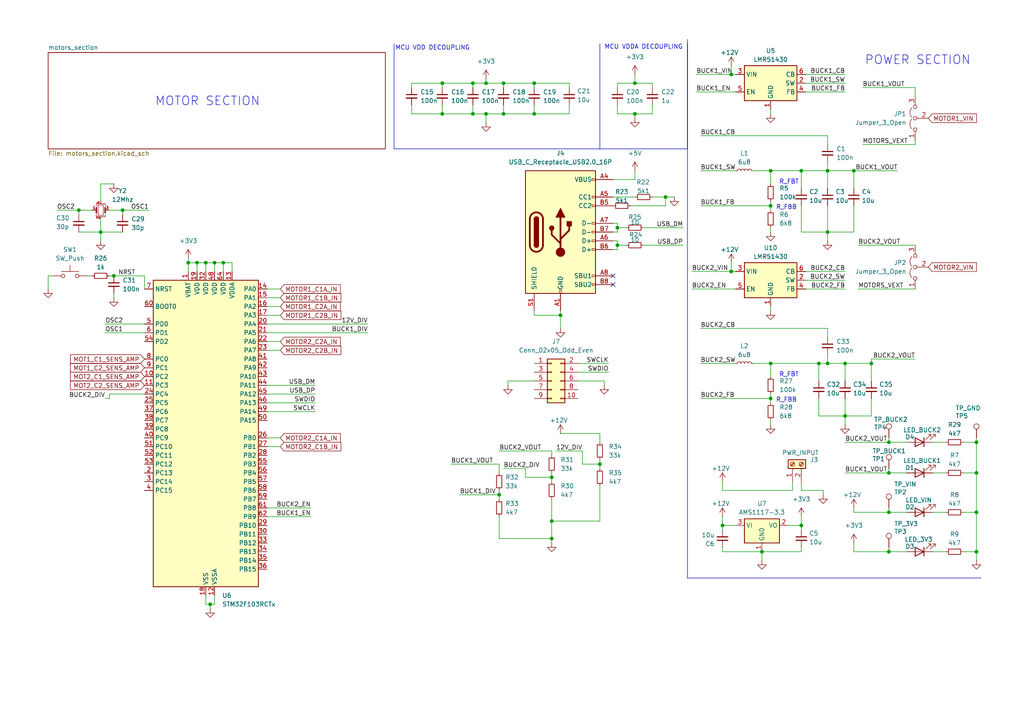
<source format=kicad_sch>
(kicad_sch (version 20231120) (generator "eeschema") (generator_version "8.0")
  (paper "A4")
  (junction (at 240.03 67.31))
  (junction (at 35.56 60.96))
  (junction (at 283.21 160.02))
  (junction (at 54.61 76.2))
  (junction (at 209.55 152.4))
  (junction (at 283.21 128.27))
  (junction (at 184.15 33.02))
  (junction (at 154.94 24.13))
  (junction (at 128.27 33.02))
  (junction (at 257.81 160.02))
  (junction (at 137.16 33.02))
  (junction (at 137.16 24.13))
  (junction (at 245.11 105.41))
  (junction (at 179.07 71.12))
  (junction (at 160.02 151.13))
  (junction (at 160.02 156.21))
  (junction (at 33.02 80.01))
  (junction (at 252.73 105.41))
  (junction (at 60.96 175.26))
  (junction (at 59.69 76.2))
  (junction (at 128.27 24.13))
  (junction (at 29.21 67.31))
  (junction (at 245.11 120.65))
  (junction (at 223.52 115.57))
  (junction (at 220.98 160.02))
  (junction (at 140.97 24.13))
  (junction (at 232.41 152.4))
  (junction (at 64.77 76.2))
  (junction (at 257.81 128.27))
  (junction (at 223.52 59.69))
  (junction (at 140.97 33.02))
  (junction (at 237.49 105.41))
  (junction (at 240.03 49.53))
  (junction (at 212.09 78.74))
  (junction (at 223.52 49.53))
  (junction (at 193.04 57.15))
  (junction (at 162.56 91.44))
  (junction (at 146.05 24.13))
  (junction (at 257.81 148.59))
  (junction (at 173.99 134.62))
  (junction (at 160.02 138.43))
  (junction (at 247.65 49.53))
  (junction (at 146.05 33.02))
  (junction (at 154.94 33.02))
  (junction (at 283.21 137.16))
  (junction (at 22.86 60.96))
  (junction (at 283.21 148.59))
  (junction (at 184.15 24.13))
  (junction (at 62.23 76.2))
  (junction (at 57.15 76.2))
  (junction (at 144.78 143.51))
  (junction (at 232.41 49.53))
  (junction (at 240.03 105.41))
  (junction (at 179.07 66.04))
  (junction (at 223.52 105.41))
  (junction (at 257.81 137.16))
  (junction (at 212.09 21.59))
  (no_connect (at 177.8 80.01))
  (no_connect (at 177.8 82.55))
  (wire (pts (xy 283.21 128.27) (xy 283.21 137.16)))
  (wire (pts (xy 77.47 149.86) (xy 90.17 149.86)))
  (wire (pts (xy 209.55 152.4) (xy 213.36 152.4)))
  (wire (pts (xy 144.78 134.62) (xy 144.78 137.16)))
  (wire (pts (xy 162.56 125.73) (xy 173.99 125.73)))
  (wire (pts (xy 64.77 76.2) (xy 67.31 76.2)))
  (wire (pts (xy 240.03 39.37) (xy 203.2 39.37)))
  (wire (pts (xy 252.73 104.14) (xy 265.43 104.14)))
  (wire (pts (xy 203.2 105.41) (xy 213.36 105.41)))
  (wire (pts (xy 179.07 64.77) (xy 177.8 64.77)))
  (wire (pts (xy 252.73 115.57) (xy 252.73 120.65)))
  (wire (pts (xy 189.23 24.13) (xy 189.23 25.4)))
  (wire (pts (xy 223.52 58.42) (xy 223.52 59.69)))
  (wire (pts (xy 193.04 57.15) (xy 195.58 57.15)))
  (wire (pts (xy 270.51 137.16) (xy 274.32 137.16)))
  (wire (pts (xy 184.15 52.07) (xy 177.8 52.07)))
  (wire (pts (xy 165.1 30.48) (xy 165.1 33.02)))
  (wire (pts (xy 279.4 148.59) (xy 283.21 148.59)))
  (wire (pts (xy 203.2 115.57) (xy 223.52 115.57)))
  (wire (pts (xy 232.41 158.75) (xy 232.41 160.02)))
  (wire (pts (xy 168.91 130.81) (xy 168.91 134.62)))
  (wire (pts (xy 54.61 76.2) (xy 54.61 78.74)))
  (wire (pts (xy 154.94 33.02) (xy 165.1 33.02)))
  (wire (pts (xy 213.36 83.82) (xy 200.66 83.82)))
  (wire (pts (xy 146.05 25.4) (xy 146.05 24.13)))
  (wire (pts (xy 238.76 142.24) (xy 232.41 142.24)))
  (wire (pts (xy 173.99 125.73) (xy 173.99 128.27)))
  (wire (pts (xy 283.21 127) (xy 283.21 128.27)))
  (wire (pts (xy 240.03 39.37) (xy 240.03 41.91)))
  (wire (pts (xy 29.21 67.31) (xy 29.21 69.85)))
  (wire (pts (xy 154.94 33.02) (xy 146.05 33.02)))
  (wire (pts (xy 152.4 135.89) (xy 152.4 138.43)))
  (wire (pts (xy 41.91 80.01) (xy 41.91 83.82)))
  (wire (pts (xy 154.94 25.4) (xy 154.94 24.13)))
  (wire (pts (xy 245.11 120.65) (xy 245.11 123.19)))
  (wire (pts (xy 212.09 78.74) (xy 200.66 78.74)))
  (wire (pts (xy 144.78 143.51) (xy 133.35 143.51)))
  (wire (pts (xy 152.4 138.43) (xy 160.02 138.43)))
  (wire (pts (xy 144.78 149.86) (xy 144.78 156.21)))
  (wire (pts (xy 257.81 158.75) (xy 257.81 160.02)))
  (wire (pts (xy 237.49 115.57) (xy 237.49 120.65)))
  (wire (pts (xy 160.02 151.13) (xy 160.02 144.78)))
  (wire (pts (xy 213.36 26.67) (xy 201.93 26.67)))
  (wire (pts (xy 62.23 78.74) (xy 62.23 76.2)))
  (wire (pts (xy 33.02 86.36) (xy 33.02 85.09)))
  (wire (pts (xy 179.07 71.12) (xy 179.07 72.39)))
  (wire (pts (xy 179.07 64.77) (xy 179.07 66.04)))
  (wire (pts (xy 119.38 24.13) (xy 128.27 24.13)))
  (wire (pts (xy 67.31 78.74) (xy 67.31 76.2)))
  (wire (pts (xy 240.03 49.53) (xy 240.03 46.99)))
  (wire (pts (xy 247.65 49.53) (xy 260.35 49.53)))
  (wire (pts (xy 33.02 80.01) (xy 41.91 80.01)))
  (wire (pts (xy 81.28 99.06) (xy 77.47 99.06)))
  (wire (pts (xy 119.38 30.48) (xy 119.38 33.02)))
  (wire (pts (xy 146.05 33.02) (xy 140.97 33.02)))
  (wire (pts (xy 223.52 105.41) (xy 223.52 109.22)))
  (wire (pts (xy 59.69 175.26) (xy 59.69 172.72)))
  (wire (pts (xy 212.09 76.2) (xy 212.09 78.74)))
  (wire (pts (xy 257.81 160.02) (xy 262.89 160.02)))
  (wire (pts (xy 137.16 24.13) (xy 140.97 24.13)))
  (wire (pts (xy 252.73 104.14) (xy 252.73 105.41)))
  (wire (pts (xy 220.98 160.02) (xy 220.98 162.56)))
  (polyline (pts (xy 199.39 167.64) (xy 284.48 167.64)))
  (wire (pts (xy 223.52 115.57) (xy 223.52 116.84)))
  (wire (pts (xy 128.27 30.48) (xy 128.27 33.02)))
  (wire (pts (xy 248.92 71.12) (xy 265.43 71.12)))
  (wire (pts (xy 30.48 115.57) (xy 31.75 115.57)))
  (wire (pts (xy 81.28 127) (xy 77.47 127)))
  (wire (pts (xy 57.15 78.74) (xy 57.15 76.2)))
  (wire (pts (xy 179.07 66.04) (xy 179.07 67.31)))
  (wire (pts (xy 140.97 33.02) (xy 137.16 33.02)))
  (wire (pts (xy 213.36 78.74) (xy 212.09 78.74)))
  (wire (pts (xy 29.21 53.34) (xy 29.21 58.42)))
  (wire (pts (xy 240.03 59.69) (xy 240.03 67.31)))
  (wire (pts (xy 162.56 91.44) (xy 162.56 95.25)))
  (wire (pts (xy 81.28 88.9) (xy 77.47 88.9)))
  (wire (pts (xy 232.41 149.86) (xy 232.41 152.4)))
  (wire (pts (xy 209.55 153.67) (xy 209.55 152.4)))
  (wire (pts (xy 168.91 134.62) (xy 173.99 134.62)))
  (wire (pts (xy 209.55 142.24) (xy 229.87 142.24)))
  (wire (pts (xy 54.61 74.93) (xy 54.61 76.2)))
  (wire (pts (xy 232.41 67.31) (xy 240.03 67.31)))
  (wire (pts (xy 283.21 137.16) (xy 283.21 148.59)))
  (wire (pts (xy 35.56 60.96) (xy 31.75 60.96)))
  (wire (pts (xy 223.52 114.3) (xy 223.52 115.57)))
  (wire (pts (xy 223.52 121.92) (xy 223.52 123.19)))
  (wire (pts (xy 270.51 160.02) (xy 274.32 160.02)))
  (wire (pts (xy 60.96 175.26) (xy 60.96 176.53)))
  (polyline (pts (xy 199.39 12.7) (xy 199.39 43.18)))
  (wire (pts (xy 177.8 72.39) (xy 179.07 72.39)))
  (wire (pts (xy 237.49 105.41) (xy 237.49 110.49)))
  (wire (pts (xy 137.16 30.48) (xy 137.16 33.02)))
  (wire (pts (xy 81.28 129.54) (xy 77.47 129.54)))
  (wire (pts (xy 119.38 25.4) (xy 119.38 24.13)))
  (wire (pts (xy 146.05 30.48) (xy 146.05 33.02)))
  (wire (pts (xy 81.28 101.6) (xy 77.47 101.6)))
  (wire (pts (xy 147.32 110.49) (xy 147.32 111.76)))
  (wire (pts (xy 177.8 69.85) (xy 179.07 69.85)))
  (wire (pts (xy 137.16 24.13) (xy 137.16 25.4)))
  (wire (pts (xy 144.78 142.24) (xy 144.78 143.51)))
  (wire (pts (xy 154.94 24.13) (xy 165.1 24.13)))
  (wire (pts (xy 238.76 143.51) (xy 238.76 142.24)))
  (wire (pts (xy 184.15 24.13) (xy 179.07 24.13)))
  (wire (pts (xy 22.86 62.23) (xy 22.86 60.96)))
  (wire (pts (xy 160.02 151.13) (xy 173.99 151.13)))
  (wire (pts (xy 175.26 110.49) (xy 167.64 110.49)))
  (wire (pts (xy 13.97 80.01) (xy 15.24 80.01)))
  (wire (pts (xy 283.21 162.56) (xy 283.21 160.02)))
  (wire (pts (xy 177.8 67.31) (xy 179.07 67.31)))
  (wire (pts (xy 218.44 49.53) (xy 223.52 49.53)))
  (wire (pts (xy 184.15 34.29) (xy 184.15 33.02)))
  (wire (pts (xy 179.07 69.85) (xy 179.07 71.12)))
  (wire (pts (xy 57.15 76.2) (xy 54.61 76.2)))
  (wire (pts (xy 232.41 152.4) (xy 228.6 152.4)))
  (wire (pts (xy 189.23 57.15) (xy 193.04 57.15)))
  (wire (pts (xy 245.11 128.27) (xy 257.81 128.27)))
  (wire (pts (xy 223.52 88.9) (xy 223.52 90.17)))
  (wire (pts (xy 247.65 49.53) (xy 247.65 54.61)))
  (wire (pts (xy 77.47 96.52) (xy 106.68 96.52)))
  (polyline (pts (xy 173.99 43.18) (xy 199.39 43.18)))
  (wire (pts (xy 212.09 19.05) (xy 212.09 21.59)))
  (wire (pts (xy 240.03 69.85) (xy 240.03 67.31)))
  (wire (pts (xy 209.55 160.02) (xy 220.98 160.02)))
  (wire (pts (xy 247.65 160.02) (xy 257.81 160.02)))
  (wire (pts (xy 218.44 105.41) (xy 223.52 105.41)))
  (wire (pts (xy 31.75 80.01) (xy 33.02 80.01)))
  (wire (pts (xy 247.65 157.48) (xy 247.65 160.02)))
  (wire (pts (xy 160.02 130.81) (xy 160.02 132.08)))
  (wire (pts (xy 223.52 105.41) (xy 237.49 105.41)))
  (wire (pts (xy 247.65 59.69) (xy 247.65 67.31)))
  (wire (pts (xy 279.4 137.16) (xy 283.21 137.16)))
  (wire (pts (xy 189.23 30.48) (xy 189.23 33.02)))
  (wire (pts (xy 209.55 139.7) (xy 209.55 142.24)))
  (wire (pts (xy 16.51 60.96) (xy 22.86 60.96)))
  (polyline (pts (xy 114.3 12.7) (xy 114.3 43.18)))
  (wire (pts (xy 257.81 137.16) (xy 262.89 137.16)))
  (wire (pts (xy 146.05 135.89) (xy 152.4 135.89)))
  (wire (pts (xy 233.68 78.74) (xy 245.11 78.74)))
  (wire (pts (xy 240.03 49.53) (xy 247.65 49.53)))
  (wire (pts (xy 35.56 60.96) (xy 43.18 60.96)))
  (wire (pts (xy 250.19 25.4) (xy 265.43 25.4)))
  (wire (pts (xy 154.94 24.13) (xy 146.05 24.13)))
  (wire (pts (xy 167.64 107.95) (xy 176.53 107.95)))
  (wire (pts (xy 232.41 160.02) (xy 220.98 160.02)))
  (wire (pts (xy 209.55 158.75) (xy 209.55 160.02)))
  (wire (pts (xy 154.94 30.48) (xy 154.94 33.02)))
  (wire (pts (xy 240.03 105.41) (xy 240.03 102.87)))
  (wire (pts (xy 252.73 120.65) (xy 245.11 120.65)))
  (wire (pts (xy 13.97 83.82) (xy 13.97 80.01)))
  (polyline (pts (xy 173.99 12.7) (xy 173.99 43.18)))
  (wire (pts (xy 59.69 76.2) (xy 57.15 76.2)))
  (wire (pts (xy 147.32 110.49) (xy 154.94 110.49)))
  (wire (pts (xy 223.52 66.04) (xy 223.52 67.31)))
  (wire (pts (xy 265.43 40.64) (xy 265.43 41.91)))
  (wire (pts (xy 233.68 24.13) (xy 245.11 24.13)))
  (wire (pts (xy 22.86 60.96) (xy 26.67 60.96)))
  (wire (pts (xy 60.96 175.26) (xy 62.23 175.26)))
  (wire (pts (xy 62.23 172.72) (xy 62.23 175.26)))
  (wire (pts (xy 265.43 25.4) (xy 265.43 27.94)))
  (wire (pts (xy 77.47 119.38) (xy 91.44 119.38)))
  (wire (pts (xy 140.97 24.13) (xy 146.05 24.13)))
  (wire (pts (xy 223.52 31.75) (xy 223.52 33.02)))
  (wire (pts (xy 160.02 137.16) (xy 160.02 138.43)))
  (wire (pts (xy 233.68 83.82) (xy 245.11 83.82)))
  (wire (pts (xy 160.02 156.21) (xy 160.02 157.48)))
  (wire (pts (xy 130.81 134.62) (xy 144.78 134.62)))
  (wire (pts (xy 270.51 128.27) (xy 274.32 128.27)))
  (wire (pts (xy 213.36 21.59) (xy 212.09 21.59)))
  (wire (pts (xy 160.02 138.43) (xy 160.02 139.7)))
  (wire (pts (xy 257.81 148.59) (xy 262.89 148.59)))
  (wire (pts (xy 165.1 25.4) (xy 165.1 24.13)))
  (wire (pts (xy 119.38 33.02) (xy 128.27 33.02)))
  (wire (pts (xy 128.27 24.13) (xy 128.27 25.4)))
  (wire (pts (xy 232.41 59.69) (xy 232.41 67.31)))
  (wire (pts (xy 247.65 147.32) (xy 247.65 148.59)))
  (wire (pts (xy 232.41 49.53) (xy 232.41 54.61)))
  (wire (pts (xy 184.15 49.53) (xy 184.15 52.07)))
  (wire (pts (xy 240.03 105.41) (xy 245.11 105.41)))
  (wire (pts (xy 81.28 83.82) (xy 77.47 83.82)))
  (wire (pts (xy 179.07 66.04) (xy 181.61 66.04)))
  (wire (pts (xy 245.11 105.41) (xy 245.11 110.49)))
  (wire (pts (xy 203.2 59.69) (xy 223.52 59.69)))
  (wire (pts (xy 173.99 133.35) (xy 173.99 134.62)))
  (wire (pts (xy 245.11 115.57) (xy 245.11 120.65)))
  (wire (pts (xy 31.75 115.57) (xy 31.75 114.3)))
  (wire (pts (xy 232.41 142.24) (xy 232.41 139.7)))
  (wire (pts (xy 283.21 148.59) (xy 283.21 160.02)))
  (wire (pts (xy 77.47 147.32) (xy 90.17 147.32)))
  (wire (pts (xy 237.49 120.65) (xy 245.11 120.65)))
  (wire (pts (xy 144.78 143.51) (xy 144.78 144.78)))
  (wire (pts (xy 154.94 90.17) (xy 154.94 91.44)))
  (wire (pts (xy 283.21 160.02) (xy 279.4 160.02)))
  (polyline (pts (xy 199.39 11.43) (xy 199.39 167.64)))
  (wire (pts (xy 179.07 33.02) (xy 179.07 30.48)))
  (wire (pts (xy 240.03 95.25) (xy 203.2 95.25)))
  (wire (pts (xy 270.51 148.59) (xy 274.32 148.59)))
  (wire (pts (xy 77.47 111.76) (xy 91.44 111.76)))
  (wire (pts (xy 250.19 41.91) (xy 265.43 41.91)))
  (wire (pts (xy 279.4 128.27) (xy 283.21 128.27)))
  (polyline (pts (xy 114.3 43.18) (xy 173.99 43.18)))
  (wire (pts (xy 232.41 49.53) (xy 240.03 49.53)))
  (wire (pts (xy 62.23 76.2) (xy 64.77 76.2)))
  (wire (pts (xy 257.81 128.27) (xy 262.89 128.27)))
  (wire (pts (xy 209.55 149.86) (xy 209.55 152.4)))
  (wire (pts (xy 247.65 148.59) (xy 257.81 148.59)))
  (wire (pts (xy 245.11 137.16) (xy 257.81 137.16)))
  (wire (pts (xy 29.21 63.5) (xy 29.21 67.31)))
  (wire (pts (xy 186.69 66.04) (xy 198.12 66.04)))
  (wire (pts (xy 62.23 76.2) (xy 59.69 76.2)))
  (wire (pts (xy 81.28 91.44) (xy 77.47 91.44)))
  (wire (pts (xy 240.03 49.53) (xy 240.03 54.61)))
  (wire (pts (xy 237.49 105.41) (xy 240.03 105.41)))
  (wire (pts (xy 179.07 24.13) (xy 179.07 25.4)))
  (wire (pts (xy 184.15 24.13) (xy 189.23 24.13)))
  (wire (pts (xy 173.99 140.97) (xy 173.99 151.13)))
  (wire (pts (xy 189.23 33.02) (xy 184.15 33.02)))
  (wire (pts (xy 22.86 67.31) (xy 29.21 67.31)))
  (wire (pts (xy 31.75 114.3) (xy 41.91 114.3)))
  (wire (pts (xy 167.64 105.41) (xy 176.53 105.41)))
  (wire (pts (xy 182.88 59.69) (xy 193.04 59.69)))
  (wire (pts (xy 193.04 59.69) (xy 193.04 57.15)))
  (wire (pts (xy 240.03 95.25) (xy 240.03 97.79)))
  (wire (pts (xy 144.78 130.81) (xy 160.02 130.81)))
  (wire (pts (xy 160.02 156.21) (xy 160.02 151.13)))
  (wire (pts (xy 59.69 78.74) (xy 59.69 76.2)))
  (wire (pts (xy 175.26 110.49) (xy 175.26 111.76)))
  (wire (pts (xy 41.91 96.52) (xy 30.48 96.52)))
  (wire (pts (xy 240.03 67.31) (xy 247.65 67.31)))
  (wire (pts (xy 29.21 67.31) (xy 35.56 67.31)))
  (wire (pts (xy 144.78 156.21) (xy 160.02 156.21)))
  (wire (pts (xy 161.29 130.81) (xy 168.91 130.81)))
  (wire (pts (xy 77.47 93.98) (xy 106.68 93.98)))
  (wire (pts (xy 179.07 33.02) (xy 184.15 33.02)))
  (wire (pts (xy 30.48 93.98) (xy 41.91 93.98)))
  (wire (pts (xy 33.02 53.34) (xy 29.21 53.34)))
  (wire (pts (xy 223.52 49.53) (xy 232.41 49.53)))
  (wire (pts (xy 232.41 153.67) (xy 232.41 152.4)))
  (wire (pts (xy 154.94 91.44) (xy 162.56 91.44)))
  (wire (pts (xy 233.68 21.59) (xy 245.11 21.59)))
  (wire (pts (xy 229.87 142.24) (xy 229.87 139.7)))
  (wire (pts (xy 179.07 71.12) (xy 181.61 71.12)))
  (wire (pts (xy 173.99 134.62) (xy 173.99 135.89)))
  (wire (pts (xy 257.81 135.89) (xy 257.81 137.16)))
  (wire (pts (xy 64.77 76.2) (xy 64.77 78.74)))
  (wire (pts (xy 77.47 116.84) (xy 91.44 116.84)))
  (wire (pts (xy 81.28 86.36) (xy 77.47 86.36)))
  (wire (pts (xy 59.69 175.26) (xy 60.96 175.26)))
  (wire (pts (xy 137.16 24.13) (xy 128.27 24.13)))
  (wire (pts (xy 128.27 33.02) (xy 137.16 33.02)))
  (wire (pts (xy 245.11 105.41) (xy 252.73 105.41)))
  (wire (pts (xy 223.52 59.69) (xy 223.52 60.96)))
  (wire (pts (xy 203.2 49.53) (xy 213.36 49.53)))
  (wire (pts (xy 35.56 62.23) (xy 35.56 60.96)))
  (wire (pts (xy 257.81 147.32) (xy 257.81 148.59)))
  (wire (pts (xy 257.81 127) (xy 257.81 128.27)))
  (wire (pts (xy 233.68 26.67) (xy 245.11 26.67)))
  (wire (pts (xy 186.69 71.12) (xy 198.12 71.12)))
  (wire (pts (xy 212.09 21.59) (xy 201.93 21.59)))
  (wire (pts (xy 252.73 110.49) (xy 252.73 105.41)))
  (wire (pts (xy 162.56 90.17) (xy 162.56 91.44)))
  (wire (pts (xy 26.67 80.01) (xy 25.4 80.01)))
  (wire (pts (xy 184.15 21.59) (xy 184.15 24.13)))
  (wire (pts (xy 248.92 83.82) (xy 265.43 83.82)))
  (wire (pts (xy 223.52 49.53) (xy 223.52 53.34)))
  (wire (pts (xy 177.8 57.15) (xy 184.15 57.15)))
  (wire (pts (xy 77.47 114.3) (xy 91.44 114.3)))
  (wire (pts (xy 140.97 22.86) (xy 140.97 24.13)))
  (wire (pts (xy 233.68 81.28) (xy 245.11 81.28)))
  (wire (pts (xy 140.97 33.02) (xy 140.97 35.56)))
  (text "R_FBT" (at 228.854 52.832 0) (effects (font (size 1.27 1.27))))
  (text "MOTOR SECTION" (at 60.198 29.464 0) (effects (font (size 2.54 2.54))))
  (text "R_FBT" (at 228.854 108.712 0) (effects (font (size 1.27 1.27))))
  (text "POWER SECTION\n" (at 266.192 17.526 0) (effects (font (size 2.54 2.54))))
  (text "MCU VDD DECOUPLING" (at 125.476 13.97 0) (effects (font (size 1.27 1.27))))
  (text "R_FBB\n" (at 228.092 116.078 0) (effects (font (size 1.27 1.27))))
  (text "R_FBB\n" (at 228.092 60.198 0) (effects (font (size 1.27 1.27))))
  (text "MCU VDDA DECOUPLING" (at 186.69 13.716 0) (effects (font (size 1.27 1.27))))
  (label "BUCK1_SW" (at 245.11 24.13 180))
  (label "BUCK2_CB" (at 203.2 95.25 0))
  (label "OSC1" (at 30.48 96.52 0))
  (label "BUCK1_FB" (at 245.11 26.67 180))
  (label "BUCK1_VIN" (at 201.93 21.59 0))
  (label "BUCK2_EN" (at 200.66 83.82 0))
  (label "BUCK2_SW" (at 203.2 105.41 0))
  (label "BUCK2_SW" (at 245.11 81.28 180))
  (label "OSC2" (at 30.48 93.98 0))
  (label "USB_DM" (at 91.44 111.76 180))
  (label "BUCK2_VOUT" (at 248.92 71.12 0))
  (label "BUCK2_VOUT" (at 245.11 128.27 0))
  (label "BUCK1_FB" (at 203.2 59.69 0))
  (label "SWDIO" (at 91.44 116.84 180))
  (label "BUCK2_DIV" (at 30.48 115.57 180))
  (label "12V_DIV" (at 106.68 93.98 180))
  (label "BUCK1_VOUT" (at 245.11 137.16 0))
  (label "USB_DP" (at 91.44 114.3 180))
  (label "BUCK1_SW" (at 203.2 49.53 0))
  (label "BUCK1_VOUT" (at 260.35 49.53 180))
  (label "BUCK2_VIN" (at 200.66 78.74 0))
  (label "MOTORS_VEXT" (at 250.19 41.91 0))
  (label "BUCK1_CB" (at 203.2 39.37 0))
  (label "BUCK2_EN" (at 90.17 147.32 180))
  (label "BUCK1_CB" (at 245.11 21.59 180))
  (label "BUCK1_EN" (at 201.93 26.67 0))
  (label "BUCK2_FB" (at 245.11 83.82 180))
  (label "USB_DP" (at 198.12 71.12 180))
  (label "BUCK2_VOUT" (at 144.78 130.81 0))
  (label "BUCK2_CB" (at 245.11 78.74 180))
  (label "BUCK1_EN" (at 90.17 149.86 180))
  (label "BUCK2_DIV" (at 146.05 135.89 0))
  (label "BUCK1_VOUT" (at 250.19 25.4 0))
  (label "USB_DM" (at 198.12 66.04 180))
  (label "12V_DIV" (at 161.29 130.81 0))
  (label "MOTORS_VEXT" (at 248.92 83.82 0))
  (label "OSC1" (at 43.18 60.96 180))
  (label "OSC2" (at 16.51 60.96 0))
  (label "SWDIO" (at 176.53 107.95 180))
  (label "SWCLK" (at 176.53 105.41 180))
  (label "BUCK2_FB" (at 203.2 115.57 0))
  (label "SWCLK" (at 91.44 119.38 180))
  (label "BUCK1_DIV" (at 106.68 96.52 180))
  (label "BUCK1_VOUT" (at 130.81 134.62 0))
  (label "NRST" (at 34.29 80.01 0))
  (label "BUCK2_VOUT" (at 265.43 104.14 180))
  (label "BUCK1_DIV" (at 133.35 143.51 0))
  (global_label "MOTOR2_C1A_IN" (shape input) (at 81.28 127 0) (property "Intersheetrefs" "${INTERSHEET_REFS}" (effects (hide yes))))
  (global_label "MOTOR1_C2B_IN" (shape input) (at 81.28 91.44 0) (property "Intersheetrefs" "${INTERSHEET_REFS}" (effects (hide yes))))
  (global_label "MOTOR2_VIN" (shape input) (at 269.24 77.47 0) (property "Intersheetrefs" "${INTERSHEET_REFS}" (effects (hide yes))))
  (global_label "MOT1_C1_SENS_AMP" (shape input) (at 41.91 104.14 180) (property "Intersheetrefs" "${INTERSHEET_REFS}" (effects (hide yes))))
  (global_label "MOT2_C2_SENS_AMP" (shape input) (at 41.91 111.76 180) (property "Intersheetrefs" "${INTERSHEET_REFS}" (effects (hide yes))))
  (global_label "MOTOR1_C1A_IN" (shape input) (at 81.28 83.82 0) (property "Intersheetrefs" "${INTERSHEET_REFS}" (effects (hide yes))))
  (global_label "MOT1_C2_SENS_AMP" (shape input) (at 41.91 106.68 180) (property "Intersheetrefs" "${INTERSHEET_REFS}" (effects (hide yes))))
  (global_label "MOTOR2_C2B_IN" (shape input) (at 81.28 101.6 0) (property "Intersheetrefs" "${INTERSHEET_REFS}" (effects (hide yes))))
  (global_label "MOTOR1_C2A_IN" (shape input) (at 81.28 88.9 0) (property "Intersheetrefs" "${INTERSHEET_REFS}" (effects (hide yes))))
  (global_label "MOTOR2_C1B_IN" (shape input) (at 81.28 129.54 0) (property "Intersheetrefs" "${INTERSHEET_REFS}" (effects (hide yes))))
  (global_label "MOTOR1_VIN" (shape input) (at 269.24 34.29 0) (property "Intersheetrefs" "${INTERSHEET_REFS}" (effects (hide yes))))
  (global_label "MOTOR1_C1B_IN" (shape input) (at 81.28 86.36 0) (property "Intersheetrefs" "${INTERSHEET_REFS}" (effects (hide yes))))
  (global_label "MOTOR2_C2A_IN" (shape input) (at 81.28 99.06 0) (property "Intersheetrefs" "${INTERSHEET_REFS}" (effects (hide yes))))
  (global_label "MOT2_C1_SENS_AMP" (shape input) (at 41.91 109.22 180) (property "Intersheetrefs" "${INTERSHEET_REFS}" (effects (hide yes))))
  (symbol (lib_id "Device:R_Small") (at 173.99 130.81 0) (unit 1)
    (property "Reference" "R34" (at 176.53 129.5399 0) (effects (justify left)))
    (property "Value" "33k" (at 176.53 132.0799 0) (effects (justify left)))
    (property "Footprint" "Resistor_SMD:R_0603_1608Metric" (effects (hide yes)))
    (property "Description" "JLC:  C4216" (effects (hide yes)))
    (property "LCSC" "C4216" (effects (hide yes)))
  )
  (symbol (lib_id "Regulator_Switching:LMR51430") (at 223.52 24.13 0) (unit 1)
    (property "Reference" "U5" (at 223.52 14.732 0))
    (property "Value" "LMR51430" (at 223.52 17.272 0))
    (property "Footprint" "Package_TO_SOT_SMD:SOT-23-6" (effects (hide yes)))
    (property "Datasheet" "https://www.ti.com/lit/ds/symlink/lmr51430.pdf" (effects (hide yes)))
    (property "Description" "4.5-V to 36-V, 3-A synchronous buck converter with 40-µA IQ, SOT-23-6" (effects (hide yes)))
    (property "LCSC" "C5219261" (effects (hide yes)))
  )
  (symbol (lib_id "power:+3V3") (at 140.97 22.86 0) (unit 1)
    (property "Reference" "#PWR028" (effects (hide yes)))
    (property "Value" "+3V3" (at 140.97 17.78 0))
    (property "Description" "Power symbol creates a global label with name \"+3V3\"" (effects (hide yes)))
  )
  (symbol (lib_id "power:GND") (at 195.58 57.15 0) (unit 1)
    (property "Reference" "#PWR046" (effects (hide yes)))
    (property "Value" "GND" (effects (hide yes)))
    (property "Description" "Power symbol creates a global label with name \"GND\" , ground" (effects (hide yes)))
  )
  (symbol (lib_id "Connector:TestPoint") (at 257.81 158.75 0) (unit 1)
    (property "Reference" "TP3" (at 259.334 154.178 0) (effects (justify left)))
    (property "Value" "TP_3V3" (at 259.334 151.8921 0) (effects (justify left)))
    (property "Footprint" "TestPoint:TestPoint_Pad_D1.5mm" (effects (hide yes)))
    (property "Description" "test point" (effects (hide yes)))
  )
  (symbol (lib_id "Device:C_Small") (at 179.07 27.94 0) (unit 1)
    (property "Reference" "C20" (at 181.61 26.6762 0) (effects (justify left)))
    (property "Value" "100n" (at 181.61 29.2162 0) (effects (justify left)))
    (property "Footprint" "Capacitor_SMD:C_0603_1608Metric" (effects (hide yes)))
    (property "LCSC" "C14663" (effects (hide yes)))
  )
  (symbol (lib_id "Device:R_Small") (at 276.86 128.27 90) (unit 1)
    (property "Reference" "R29" (at 276.86 123.19 90))
    (property "Value" "4k7" (at 276.86 125.73 90))
    (property "Footprint" "Resistor_SMD:R_0603_1608Metric" (effects (hide yes)))
    (property "Description" "JLC:C23162" (effects (hide yes)))
    (property "LCSC" "C23162" (effects (hide yes)))
  )
  (symbol (lib_id "Device:R_Small") (at 160.02 134.62 0) (unit 1)
    (property "Reference" "R31" (at 162.56 133.3499 0) (effects (justify left)))
    (property "Value" "33k" (at 162.56 135.8899 0) (effects (justify left)))
    (property "Footprint" "Resistor_SMD:R_0603_1608Metric" (effects (hide yes)))
    (property "Description" "JLC:  C4216" (effects (hide yes)))
    (property "LCSC" "C4216" (effects (hide yes)))
  )
  (symbol (lib_id "Device:C_Small") (at 232.41 57.15 0) (unit 1)
    (property "Reference" "C2" (at 234.696 55.626 0) (effects (justify left)))
    (property "Value" "10u" (at 234.696 58.166 0) (effects (justify left)))
    (property "Footprint" "Capacitor_SMD:C_0805_2012Metric" (effects (hide yes)))
    (property "LCSC" "C15850" (effects (hide yes)))
  )
  (symbol (lib_id "power:GND") (at 13.97 83.82 0) (unit 1)
    (property "Reference" "#PWR053" (effects (hide yes)))
    (property "Value" "GND" (effects (hide yes)))
    (property "Description" "Power symbol creates a global label with name \"GND\" , ground" (effects (hide yes)))
  )
  (symbol (lib_id "Device:R_Small") (at 160.02 142.24 0) (unit 1)
    (property "Reference" "R30" (at 162.56 140.9699 0) (effects (justify left)))
    (property "Value" "4k7" (at 162.56 143.5099 0) (effects (justify left)))
    (property "Footprint" "Resistor_SMD:R_0603_1608Metric" (effects (hide yes)))
    (property "Description" "JLC:C23162" (effects (hide yes)))
    (property "LCSC" "C23162" (effects (hide yes)))
  )
  (symbol (lib_id "Connector:Screw_Terminal_01x02") (at 229.87 134.62 90) (unit 1)
    (property "Reference" "J3" (at 234.95 133.3499 90) (effects (justify right)))
    (property "Value" "PWR_INPUT" (at 226.822 131.318 90) (effects (justify right)))
    (property "Description" "Generic screw terminal, single row, 01x02, script generated (kicad-library-utils/schlib/autogen/connector/)" (effects (hide yes)))
  )
  (symbol (lib_id "Connector:TestPoint") (at 257.81 127 0) (unit 1)
    (property "Reference" "TP4" (at 253.492 123.952 0) (effects (justify left)))
    (property "Value" "TP_BUCK2" (at 253.492 121.6661 0) (effects (justify left)))
    (property "Footprint" "TestPoint:TestPoint_Pad_D1.5mm" (effects (hide yes)))
    (property "Description" "test point" (effects (hide yes)))
  )
  (symbol (lib_id "power:GND") (at 160.02 157.48 0) (unit 1)
    (property "Reference" "#PWR059" (effects (hide yes)))
    (property "Value" "GND" (effects (hide yes)))
    (property "Description" "Power symbol creates a global label with name \"GND\" , ground" (effects (hide yes)))
  )
  (symbol (lib_id "Regulator_Switching:LMR51430") (at 223.52 81.28 0) (unit 1)
    (property "Reference" "U10" (at 223.52 71.882 0))
    (property "Value" "LMR51430" (at 223.52 74.422 0))
    (property "Footprint" "Package_TO_SOT_SMD:SOT-23-6" (effects (hide yes)))
    (property "Datasheet" "https://www.ti.com/lit/ds/symlink/lmr51430.pdf" (effects (hide yes)))
    (property "Description" "4.5-V to 36-V, 3-A synchronous buck converter with 40-µA IQ, SOT-23-6" (effects (hide yes)))
    (property "LCSC" "C5219261" (effects (hide yes)))
  )
  (symbol (lib_id "power:GND") (at 223.52 123.19 0) (unit 1)
    (property "Reference" "#PWR056" (effects (hide yes)))
    (property "Value" "GND" (effects (hide yes)))
    (property "Description" "Power symbol creates a global label with name \"GND\" , ground" (effects (hide yes)))
  )
  (symbol (lib_id "power:GND") (at 245.11 123.19 0) (unit 1)
    (property "Reference" "#PWR057" (effects (hide yes)))
    (property "Value" "GND" (effects (hide yes)))
    (property "Description" "Power symbol creates a global label with name \"GND\" , ground" (effects (hide yes)))
  )
  (symbol (lib_id "Device:C_Small") (at 137.16 27.94 0) (unit 1)
    (property "Reference" "C17" (at 139.7 26.6762 0) (effects (justify left)))
    (property "Value" "100n" (at 139.7 29.2162 0) (effects (justify left)))
    (property "Footprint" "Capacitor_SMD:C_0603_1608Metric" (effects (hide yes)))
    (property "LCSC" "C14663" (effects (hide yes)))
  )
  (symbol (lib_id "Jumper:Jumper_3_Open") (at 265.43 77.47 90) (unit 1) (exclude_from_sim yes) (in_bom no)
    (property "Reference" "JP2" (at 262.89 76.1999 90) (effects (justify left)))
    (property "Value" "Jumper_3_Open" (at 262.89 78.7399 90) (effects (justify left)))
    (property "Footprint" "Jumper:SolderJumper-3_P1.3mm_Open_Pad1.0x1.5mm" (effects (hide yes)))
    (property "Description" "Jumper, 3-pole, both open" (effects (hide yes)))
  )
  (symbol (lib_id "power:+12V") (at 209.55 149.86 0) (unit 1)
    (property "Reference" "#PWR020" (effects (hide yes)))
    (property "Value" "+12V" (at 209.042 146.05 0))
    (property "Description" "Power symbol creates a global label with name \"+12V\"" (effects (hide yes)))
  )
  (symbol (lib_id "MCU_ST_STM32F1:STM32F103RCTx") (at 59.69 127 0) (unit 1)
    (property "Reference" "U6" (at 64.4241 172.72 0) (effects (justify left)))
    (property "Value" "STM32F103RCTx" (at 64.4241 175.26 0) (effects (justify left)))
    (property "Footprint" "Package_QFP:LQFP-64_10x10mm_P0.5mm" (effects (hide yes)))
    (property "Datasheet" "https://www.st.com/resource/en/datasheet/stm32f103rc.pdf" (effects (hide yes)))
    (property "Description" "STMicroelectronics Arm Cortex-M3 MCU, 256KB flash, 48KB RAM, 72 MHz, 2.0-3.6V, 51 GPIO, LQFP64" (effects (hide yes)))
    (property "LCSC" " C8323" (effects (hide yes)))
  )
  (symbol (lib_id "power:GND") (at 220.98 162.56 0) (unit 1)
    (property "Reference" "#PWR09" (effects (hide yes)))
    (property "Value" "GND" (effects (hide yes)))
    (property "Description" "Power symbol creates a global label with name \"GND\" , ground" (effects (hide yes)))
  )
  (symbol (lib_id "Switch:SW_Push") (at 20.32 80.01 0) (unit 1)
    (property "Reference" "SW1" (at 20.32 72.39 0))
    (property "Value" "SW_Push" (at 20.32 74.93 0))
    (property "Footprint" "stepper_ctrl_lib:stepper TACT_SWITCH" (effects (hide yes)))
    (property "Description" "Push button switch, generic, two pins" (effects (hide yes)))
    (property "LCSC" " C720477" (effects (hide yes)))
  )
  (symbol (lib_id "Device:R_Small") (at 223.52 55.88 0) (unit 1)
    (property "Reference" "R5" (at 226.06 54.6099 0) (effects (justify left)))
    (property "Value" "100k" (at 226.06 57.1499 0) (effects (justify left)))
    (property "Footprint" "Resistor_SMD:R_0603_1608Metric" (effects (hide yes)))
    (property "Description" "JLC: C25803" (effects (hide yes)))
    (property "LCSC" "C25803" (effects (hide yes)))
  )
  (symbol (lib_id "Regulator_Linear:AMS1117-3.3") (at 220.98 152.4 0) (unit 1)
    (property "Reference" "U7" (at 220.98 146.05 0))
    (property "Value" "AMS1117-3.3" (at 220.98 148.59 0))
    (property "Footprint" "Package_TO_SOT_SMD:SOT-223-3_TabPin2" (effects (hide yes)))
    (property "Datasheet" "http://www.advanced-monolithic.com/pdf/ds1117.pdf" (effects (hide yes)))
    (property "Description" "1A Low Dropout regulator, positive, 3.3V fixed output, SOT-223" (effects (hide yes)))
    (property "LCSC" "C6186" (effects (hide yes)))
  )
  (symbol (lib_id "Device:C_Small") (at 240.03 44.45 0) (unit 1)
    (property "Reference" "C1" (at 242.57 43.1862 0) (effects (justify left)))
    (property "Value" "100n" (at 242.57 45.7262 0) (effects (justify left)))
    (property "Footprint" "Capacitor_SMD:C_0603_1608Metric" (effects (hide yes)))
    (property "LCSC" "C14663" (effects (hide yes)))
  )
  (symbol (lib_id "Connector:TestPoint") (at 257.81 147.32 0) (unit 1)
    (property "Reference" "TP2" (at 259.334 142.748 0) (effects (justify left)))
    (property "Value" "TP_VIN" (at 259.334 140.4621 0) (effects (justify left)))
    (property "Footprint" "TestPoint:TestPoint_Pad_D1.5mm" (effects (hide yes)))
    (property "Description" "test point" (effects (hide yes)))
  )
  (symbol (lib_id "Device:Crystal_GND24_Small") (at 29.21 60.96 0) (unit 1)
    (property "Reference" "Y2" (at 35.56 55.3398 0))
    (property "Value" "12Mhz" (at 35.56 57.8798 0))
    (property "Footprint" "Crystal:Crystal_SMD_3225-4Pin_3.2x2.5mm" (effects (hide yes)))
    (property "Description" "Four pin crystal, GND on pins 2 and 4, small symbol" (effects (hide yes)))
    (property "LCSC" "C9002" (effects (hide yes)))
  )
  (symbol (lib_id "Device:LED") (at 266.7 137.16 180) (unit 1)
    (property "Reference" "D1" (at 263.906 135.636 0))
    (property "Value" "LED_BUCK1" (at 267.462 133.604 0))
    (property "Footprint" "LED_SMD:LED_0603_1608Metric" (effects (hide yes)))
    (property "Description" "RED DIODE" (effects (hide yes)))
    (property "LCSC" "C2286 " (effects (hide yes)))
  )
  (symbol (lib_id "power:+12V") (at 212.09 76.2 0) (unit 1)
    (property "Reference" "#PWR054" (effects (hide yes)))
    (property "Value" "+12V" (at 211.582 72.39 0))
    (property "Description" "Power symbol creates a global label with name \"+12V\"" (effects (hide yes)))
  )
  (symbol (lib_id "Connector:TestPoint") (at 283.21 127 0) (unit 1)
    (property "Reference" "TP5" (at 277.114 120.65 0) (effects (justify left)))
    (property "Value" "TP_GND" (at 277.114 118.3641 0) (effects (justify left)))
    (property "Footprint" "TestPoint:TestPoint_Pad_D1.5mm" (effects (hide yes)))
    (property "Description" "test point" (effects (hide yes)))
  )
  (symbol (lib_id "Device:R_Small") (at 186.69 57.15 90) (unit 1)
    (property "Reference" "R22" (at 188.468 52.832 90) (effects (justify left)))
    (property "Value" "5k1" (at 188.468 55.372 90) (effects (justify left)))
    (property "Footprint" "Resistor_SMD:R_0603_1608Metric" (effects (hide yes)))
    (property "Description" "JLC: C23186" (effects (hide yes)))
    (property "LCSC" "C23186" (effects (hide yes)))
  )
  (symbol (lib_id "Device:R_Small") (at 29.21 80.01 90) (unit 1)
    (property "Reference" "R26" (at 29.21 74.93 90))
    (property "Value" "1k" (at 29.21 77.47 90))
    (property "Footprint" "Resistor_SMD:R_0603_1608Metric" (effects (hide yes)))
    (property "Description" "JLC:  C25804" (effects (hide yes)))
    (property "LCSC" "C21190" (effects (hide yes)))
  )
  (symbol (lib_id "power:+3V3") (at 184.15 21.59 0) (unit 1)
    (property "Reference" "#PWR031" (effects (hide yes)))
    (property "Value" "+3V3" (at 184.15 16.51 0))
    (property "Description" "Power symbol creates a global label with name \"+3V3\"" (effects (hide yes)))
  )
  (symbol (lib_id "Device:C_Small") (at 240.03 100.33 0) (unit 1)
    (property "Reference" "C33" (at 242.57 99.0662 0) (effects (justify left)))
    (property "Value" "100n" (at 242.57 101.6062 0) (effects (justify left)))
    (property "Footprint" "Capacitor_SMD:C_0603_1608Metric" (effects (hide yes)))
    (property "LCSC" "C14663" (effects (hide yes)))
  )
  (symbol (lib_id "power:+12V") (at 212.09 19.05 0) (unit 1)
    (property "Reference" "#PWR022" (effects (hide yes)))
    (property "Value" "+12V" (at 211.582 15.24 0))
    (property "Description" "Power symbol creates a global label with name \"+12V\"" (effects (hide yes)))
  )
  (symbol (lib_id "Device:LED") (at 266.7 148.59 180) (unit 1)
    (property "Reference" "D2" (at 263.906 147.066 0))
    (property "Value" "LED_VIN" (at 266.446 145.034 0))
    (property "Footprint" "LED_SMD:LED_0603_1608Metric" (effects (hide yes)))
    (property "Description" "RED DIODE" (effects (hide yes)))
    (property "LCSC" "C2286 " (effects (hide yes)))
  )
  (symbol (lib_id "power:+3V3") (at 247.65 157.48 0) (unit 1)
    (property "Reference" "#PWR024" (effects (hide yes)))
    (property "Value" "+3V3" (at 247.65 152.4 0))
    (property "Description" "Power symbol creates a global label with name \"+3V3\"" (effects (hide yes)))
  )
  (symbol (lib_id "Connector:TestPoint") (at 257.81 135.89 0) (unit 1)
    (property "Reference" "TP1" (at 252.984 133.0959 0) (effects (justify left)))
    (property "Value" "TP_BUCK1" (at 252.984 130.81 0) (effects (justify left)))
    (property "Footprint" "TestPoint:TestPoint_Pad_D1.5mm" (effects (hide yes)))
    (property "Description" "test point" (effects (hide yes)))
  )
  (symbol (lib_id "Device:R_Small") (at 223.52 63.5 0) (unit 1)
    (property "Reference" "R6" (at 226.06 62.2299 0) (effects (justify left)))
    (property "Value" "6k8" (at 226.06 64.7699 0) (effects (justify left)))
    (property "Footprint" "Resistor_SMD:R_0603_1608Metric" (effects (hide yes)))
    (property "Description" "Resistor, small symbol" (effects (hide yes)))
    (property "LCSC" "C23212" (effects (hide yes)))
  )
  (symbol (lib_id "power:GND") (at 147.32 111.76 0) (unit 1)
    (property "Reference" "#PWR052" (effects (hide yes)))
    (property "Value" "GND" (effects (hide yes)))
    (property "Description" "Power symbol creates a global label with name \"GND\" , ground" (effects (hide yes)))
  )
  (symbol (lib_id "power:GND") (at 33.02 53.34 0) (unit 1)
    (property "Reference" "#PWR049" (effects (hide yes)))
    (property "Value" "GND" (effects (hide yes)))
    (property "Description" "Power symbol creates a global label with name \"GND\" , ground" (effects (hide yes)))
  )
  (symbol (lib_id "Device:C_Small") (at 165.1 27.94 0) (unit 1)
    (property "Reference" "C21" (at 167.386 26.416 0) (effects (justify left)))
    (property "Value" "10u" (at 167.386 28.956 0) (effects (justify left)))
    (property "Footprint" "Capacitor_SMD:C_0805_2012Metric" (effects (hide yes)))
    (property "LCSC" "C15850" (effects (hide yes)))
  )
  (symbol (lib_id "Device:C_Small") (at 154.94 27.94 0) (unit 1)
    (property "Reference" "C19" (at 157.48 26.6762 0) (effects (justify left)))
    (property "Value" "100n" (at 157.48 29.2162 0) (effects (justify left)))
    (property "Footprint" "Capacitor_SMD:C_0603_1608Metric" (effects (hide yes)))
    (property "LCSC" "C14663" (effects (hide yes)))
  )
  (symbol (lib_id "Device:R_Small") (at 184.15 71.12 90) (unit 1)
    (property "Reference" "R24" (at 184.404 68.072 90))
    (property "Value" "10" (at 184.15 69.596 90))
    (property "Footprint" "Resistor_SMD:R_0603_1608Metric" (effects (hide yes)))
    (property "LCSC" "C22859" (effects (hide yes)))
  )
  (symbol (lib_id "power:GND") (at 238.76 143.51 0) (unit 1)
    (property "Reference" "#PWR026" (effects (hide yes)))
    (property "Value" "GND" (effects (hide yes)))
    (property "Description" "Power symbol creates a global label with name \"GND\" , ground" (effects (hide yes)))
  )
  (symbol (lib_id "power:+12V") (at 209.55 139.7 0) (unit 1)
    (property "Reference" "#PWR025" (effects (hide yes)))
    (property "Value" "+12V" (at 209.042 135.89 0))
    (property "Description" "Power symbol creates a global label with name \"+12V\"" (effects (hide yes)))
  )
  (symbol (lib_id "Device:C_Small") (at 252.73 113.03 0) (unit 1)
    (property "Reference" "C35" (at 255.016 111.506 0) (effects (justify left)))
    (property "Value" "10u" (at 255.016 114.046 0) (effects (justify left)))
    (property "Footprint" "Capacitor_SMD:C_0805_2012Metric" (effects (hide yes)))
    (property "LCSC" "C15850" (effects (hide yes)))
  )
  (symbol (lib_id "Jumper:Jumper_3_Open") (at 265.43 34.29 90) (unit 1) (exclude_from_sim yes) (in_bom no)
    (property "Reference" "JP1" (at 262.89 33.0199 90) (effects (justify left)))
    (property "Value" "Jumper_3_Open" (at 262.89 35.5599 90) (effects (justify left)))
    (property "Footprint" "Jumper:SolderJumper-3_P1.3mm_Open_Pad1.0x1.5mm" (effects (hide yes)))
    (property "Description" "Jumper, 3-pole, both open" (effects (hide yes)))
  )
  (symbol (lib_id "Device:R_Small") (at 144.78 147.32 0) (unit 1)
    (property "Reference" "R33" (at 146.558 146.05 0) (effects (justify left)))
    (property "Value" "4k7" (at 146.558 148.59 0) (effects (justify left)))
    (property "Footprint" "Resistor_SMD:R_0603_1608Metric" (effects (hide yes)))
    (property "Description" "JLC:C23162" (effects (hide yes)))
    (property "LCSC" "C23162" (effects (hide yes)))
  )
  (symbol (lib_id "Device:L_Small") (at 215.9 49.53 90) (unit 1)
    (property "Reference" "L1" (at 215.9 44.45 90))
    (property "Value" "6u8" (at 215.9 46.99 90))
    (property "Footprint" "Inductor_SMD:L_Changjiang_FNR8040S" (effects (hide yes)))
    (property "Description" "JLCPCB:C431374" (effects (hide yes)))
    (property "LCSC" "C431374" (effects (hide yes)))
  )
  (symbol (lib_id "Device:C_Small") (at 237.49 113.03 0) (unit 1)
    (property "Reference" "C32" (at 239.776 111.506 0) (effects (justify left)))
    (property "Value" "10u" (at 239.776 114.046 0) (effects (justify left)))
    (property "Footprint" "Capacitor_SMD:C_0805_2012Metric" (effects (hide yes)))
    (property "LCSC" "C15850" (effects (hide yes)))
  )
  (symbol (lib_id "power:GND") (at 240.03 69.85 0) (unit 1)
    (property "Reference" "#PWR011" (effects (hide yes)))
    (property "Value" "GND" (effects (hide yes)))
    (property "Description" "Power symbol creates a global label with name \"GND\" , ground" (effects (hide yes)))
  )
  (symbol (lib_id "power:GND") (at 29.21 69.85 0) (unit 1)
    (property "Reference" "#PWR048" (effects (hide yes)))
    (property "Value" "GND" (effects (hide yes)))
    (property "Description" "Power symbol creates a global label with name \"GND\" , ground" (effects (hide yes)))
  )
  (symbol (lib_id "power:GND") (at 140.97 35.56 0) (unit 1)
    (property "Reference" "#PWR027" (effects (hide yes)))
    (property "Value" "GND" (effects (hide yes)))
    (property "Description" "Power symbol creates a global label with name \"GND\" , ground" (effects (hide yes)))
  )
  (symbol (lib_id "Device:R_Small") (at 276.86 137.16 90) (unit 1)
    (property "Reference" "R7" (at 276.86 132.08 90))
    (property "Value" "4k7" (at 276.86 134.62 90))
    (property "Footprint" "Resistor_SMD:R_0603_1608Metric" (effects (hide yes)))
    (property "Description" "JLC:C23162" (effects (hide yes)))
    (property "LCSC" "C23162" (effects (hide yes)))
  )
  (symbol (lib_id "Device:C_Small") (at 245.11 113.03 0) (unit 1)
    (property "Reference" "C34" (at 247.396 111.506 0) (effects (justify left)))
    (property "Value" "10u" (at 247.396 114.046 0) (effects (justify left)))
    (property "Footprint" "Capacitor_SMD:C_0805_2012Metric" (effects (hide yes)))
    (property "LCSC" "C15850" (effects (hide yes)))
  )
  (symbol (lib_id "Device:L_Small") (at 215.9 105.41 90) (unit 1)
    (property "Reference" "L2" (at 215.9 100.33 90))
    (property "Value" "6u8" (at 215.9 102.87 90))
    (property "Footprint" "Inductor_SMD:L_Changjiang_FNR8040S" (effects (hide yes)))
    (property "Description" "JLCPCB:C431374" (effects (hide yes)))
    (property "LCSC" "C431374" (effects (hide yes)))
  )
  (symbol (lib_id "power:GND") (at 162.56 95.25 0) (unit 1)
    (property "Reference" "#PWR045" (effects (hide yes)))
    (property "Value" "GND" (effects (hide yes)))
    (property "Description" "Power symbol creates a global label with name \"GND\" , ground" (effects (hide yes)))
  )
  (symbol (lib_id "Device:C_Small") (at 247.65 57.15 0) (unit 1)
    (property "Reference" "C4" (at 249.936 55.626 0) (effects (justify left)))
    (property "Value" "10u" (at 249.936 58.166 0) (effects (justify left)))
    (property "Footprint" "Capacitor_SMD:C_0805_2012Metric" (effects (hide yes)))
    (property "LCSC" "C15850" (effects (hide yes)))
  )
  (symbol (lib_id "Device:C_Small") (at 232.41 156.21 0) (unit 1)
    (property "Reference" "C5" (at 234.696 154.686 0) (effects (justify left)))
    (property "Value" "10u" (at 234.696 157.226 0) (effects (justify left)))
    (property "Footprint" "Capacitor_SMD:C_0805_2012Metric" (effects (hide yes)))
    (property "LCSC" "C15850" (effects (hide yes)))
  )
  (symbol (lib_id "power:GND") (at 33.02 86.36 0) (unit 1)
    (property "Reference" "#PWR050" (effects (hide yes)))
    (property "Value" "GND" (effects (hide yes)))
    (property "Description" "Power symbol creates a global label with name \"GND\" , ground" (effects (hide yes)))
  )
  (symbol (lib_id "Device:LED") (at 266.7 128.27 180) (unit 1)
    (property "Reference" "D4" (at 263.906 126.746 0))
    (property "Value" "LED_BUCK2" (at 267.462 124.714 0))
    (property "Footprint" "LED_SMD:LED_0603_1608Metric" (effects (hide yes)))
    (property "Description" "RED DIODE" (effects (hide yes)))
    (property "LCSC" "C2286 " (effects (hide yes)))
  )
  (symbol (lib_id "power:GND") (at 223.52 33.02 0) (unit 1)
    (property "Reference" "#PWR08" (effects (hide yes)))
    (property "Value" "GND" (effects (hide yes)))
    (property "Description" "Power symbol creates a global label with name \"GND\" , ground" (effects (hide yes)))
  )
  (symbol (lib_id "Device:LED") (at 266.7 160.02 180) (unit 1)
    (property "Reference" "D3" (at 263.906 158.496 0))
    (property "Value" "LED_3V3" (at 266.446 156.464 0))
    (property "Footprint" "LED_SMD:LED_0603_1608Metric" (effects (hide yes)))
    (property "Description" "RED DIODE" (effects (hide yes)))
    (property "LCSC" "C2286 " (effects (hide yes)))
  )
  (symbol (lib_id "power:GND") (at 223.52 90.17 0) (unit 1)
    (property "Reference" "#PWR055" (effects (hide yes)))
    (property "Value" "GND" (effects (hide yes)))
    (property "Description" "Power symbol creates a global label with name \"GND\" , ground" (effects (hide yes)))
  )
  (symbol (lib_id "power:+12V") (at 247.65 147.32 0) (unit 1)
    (property "Reference" "#PWR023" (effects (hide yes)))
    (property "Value" "+12V" (at 247.142 143.51 0))
    (property "Description" "Power symbol creates a global label with name \"+12V\"" (effects (hide yes)))
  )
  (symbol (lib_id "Device:C_Small") (at 22.86 64.77 0) (unit 1)
    (property "Reference" "C30" (at 16.256 63.246 0) (effects (justify left)))
    (property "Value" "30p" (at 16.256 65.786 0) (effects (justify left)))
    (property "Footprint" "Capacitor_SMD:C_0603_1608Metric" (effects (hide yes)))
    (property "LCSC" " C1658" (effects (hide yes)))
  )
  (symbol (lib_id "Device:C_Small") (at 146.05 27.94 0) (unit 1)
    (property "Reference" "C18" (at 148.59 26.6762 0) (effects (justify left)))
    (property "Value" "100n" (at 148.59 29.2162 0) (effects (justify left)))
    (property "Footprint" "Capacitor_SMD:C_0603_1608Metric" (effects (hide yes)))
    (property "LCSC" "C14663" (effects (hide yes)))
  )
  (symbol (lib_id "Device:R_Small") (at 276.86 148.59 90) (unit 1)
    (property "Reference" "R8" (at 276.86 143.51 90))
    (property "Value" "4k7" (at 276.86 146.05 90))
    (property "Footprint" "Resistor_SMD:R_0603_1608Metric" (effects (hide yes)))
    (property "Description" "JLC:C23162" (effects (hide yes)))
    (property "LCSC" "C23162" (effects (hide yes)))
  )
  (symbol (lib_id "power:GND") (at 283.21 162.56 0) (unit 1)
    (property "Reference" "#PWR021" (effects (hide yes)))
    (property "Value" "GND" (effects (hide yes)))
    (property "Description" "Power symbol creates a global label with name \"GND\" , ground" (effects (hide yes)))
  )
  (symbol (lib_id "Device:R_Small") (at 184.15 66.04 90) (unit 1)
    (property "Reference" "R25" (at 184.15 62.992 90))
    (property "Value" "10" (at 184.15 64.516 90))
    (property "Footprint" "Resistor_SMD:R_0603_1608Metric" (effects (hide yes)))
    (property "LCSC" "C22859" (effects (hide yes)))
  )
  (symbol (lib_id "Device:R_Small") (at 180.34 59.69 90) (unit 1)
    (property "Reference" "R23" (at 180.34 55.626 90))
    (property "Value" "5k1" (at 180.34 58.166 90))
    (property "Footprint" "Resistor_SMD:R_0603_1608Metric" (effects (hide yes)))
    (property "Description" "JLC: C23186" (effects (hide yes)))
    (property "LCSC" "C23186" (effects (hide yes)))
  )
  (symbol (lib_id "Device:R_Small") (at 144.78 139.7 0) (unit 1)
    (property "Reference" "R32" (at 146.558 138.43 0) (effects (justify left)))
    (property "Value" "33k" (at 146.558 140.97 0) (effects (justify left)))
    (property "Footprint" "Resistor_SMD:R_0603_1608Metric" (effects (hide yes)))
    (property "Description" "JLC:  C4216" (effects (hide yes)))
    (property "LCSC" "C4216" (effects (hide yes)))
  )
  (symbol (lib_id "Connector_Generic:Conn_02x05_Odd_Even") (at 160.02 110.49 0) (unit 1)
    (property "Reference" "J7" (at 161.29 99.06 0))
    (property "Value" "Conn_02x05_Odd_Even" (at 161.29 101.6 0))
    (property "Footprint" "Connector_IDC:IDC-Header_2x05_P2.54mm_Vertical" (effects (hide yes)))
    (property "Description" "Generic connector, double row, 02x05, odd/even pin numbering scheme (row 1 odd numbers, row 2 even numbers), script generated (kicad-library-utils/schlib/autogen/connector/)" (effects (hide yes)))
  )
  (symbol (lib_id "Device:C_Small") (at 119.38 27.94 0) (unit 1)
    (property "Reference" "C15" (at 121.92 26.6762 0) (effects (justify left)))
    (property "Value" "100n" (at 121.92 29.2162 0) (effects (justify left)))
    (property "Footprint" "Capacitor_SMD:C_0603_1608Metric" (effects (hide yes)))
    (property "LCSC" "C14663" (effects (hide yes)))
  )
  (symbol (lib_id "power:+12V") (at 162.56 125.73 0) (unit 1)
    (property "Reference" "#PWR058" (effects (hide yes)))
    (property "Value" "+12V" (at 162.052 121.92 0))
    (property "Description" "Power symbol creates a global label with name \"+12V\"" (effects (hide yes)))
  )
  (symbol (lib_id "Device:R_Small") (at 223.52 119.38 0) (unit 1)
    (property "Reference" "R28" (at 226.06 118.1099 0) (effects (justify left)))
    (property "Value" "6k8" (at 226.06 120.6499 0) (effects (justify left)))
    (property "Footprint" "Resistor_SMD:R_0603_1608Metric" (effects (hide yes)))
    (property "Description" "Resistor, small symbol" (effects (hide yes)))
    (property "LCSC" "C23212" (effects (hide yes)))
  )
  (symbol (lib_id "power:+3V3") (at 54.61 74.93 0) (unit 1)
    (property "Reference" "#PWR030" (effects (hide yes)))
    (property "Value" "+3V3" (at 54.61 69.85 0))
    (property "Description" "Power symbol creates a global label with name \"+3V3\"" (effects (hide yes)))
  )
  (symbol (lib_id "Device:C_Small") (at 209.55 156.21 180) (unit 1)
    (property "Reference" "C6" (at 207.264 157.734 0) (effects (justify left)))
    (property "Value" "10u" (at 207.264 155.194 0) (effects (justify left)))
    (property "Footprint" "Capacitor_SMD:C_0805_2012Metric" (effects (hide yes)))
    (property "LCSC" "C15850" (effects (hide yes)))
  )
  (symbol (lib_id "power:GND") (at 60.96 176.53 0) (unit 1)
    (property "Reference" "#PWR029" (effects (hide yes)))
    (property "Value" "GND" (effects (hide yes)))
    (property "Description" "Power symbol creates a global label with name \"GND\" , ground" (effects (hide yes)))
  )
  (symbol (lib_id "Device:R_Small") (at 173.99 138.43 0) (unit 1)
    (property "Reference" "R35" (at 176.53 137.1599 0) (effects (justify left)))
    (property "Value" "4k7" (at 176.53 139.6999 0) (effects (justify left)))
    (property "Footprint" "Resistor_SMD:R_0603_1608Metric" (effects (hide yes)))
    (property "Description" "JLC:C23162" (effects (hide yes)))
    (property "LCSC" "C23162" (effects (hide yes)))
  )
  (symbol (lib_id "power:+3V3") (at 232.41 149.86 0) (unit 1)
    (property "Reference" "#PWR012" (effects (hide yes)))
    (property "Value" "+3V3" (at 232.41 144.78 0))
    (property "Description" "Power symbol creates a global label with name \"+3V3\"" (effects (hide yes)))
  )
  (symbol (lib_id "Device:R_Small") (at 223.52 111.76 0) (unit 1)
    (property "Reference" "R27" (at 226.06 110.4899 0) (effects (justify left)))
    (property "Value" "100k" (at 226.06 113.0299 0) (effects (justify left)))
    (property "Footprint" "Resistor_SMD:R_0603_1608Metric" (effects (hide yes)))
    (property "Description" "JLC: C25803" (effects (hide yes)))
    (property "LCSC" "C25803" (effects (hide yes)))
  )
  (symbol (lib_id "power:GND") (at 175.26 111.76 0) (unit 1)
    (property "Reference" "#PWR051" (effects (hide yes)))
    (property "Value" "GND" (effects (hide yes)))
    (property "Description" "Power symbol creates a global label with name \"GND\" , ground" (effects (hide yes)))
  )
  (symbol (lib_id "power:+5V") (at 184.15 49.53 0) (unit 1)
    (property "Reference" "#PWR047" (effects (hide yes)))
    (property "Value" "+5V" (at 184.15 44.45 0))
    (property "Description" "Power symbol creates a global label with name \"+5V\"" (effects (hide yes)))
  )
  (symbol (lib_id "Device:R_Small") (at 276.86 160.02 90) (unit 1)
    (property "Reference" "R9" (at 276.86 154.94 90))
    (property "Value" "4k7" (at 276.86 157.48 90))
    (property "Footprint" "Resistor_SMD:R_0603_1608Metric" (effects (hide yes)))
    (property "Description" "JLC:C23162" (effects (hide yes)))
    (property "LCSC" "C23162" (effects (hide yes)))
  )
  (symbol (lib_id "Device:C_Small") (at 128.27 27.94 0) (unit 1)
    (property "Reference" "C16" (at 130.81 26.6762 0) (effects (justify left)))
    (property "Value" "100n" (at 130.81 29.2162 0) (effects (justify left)))
    (property "Footprint" "Capacitor_SMD:C_0603_1608Metric" (effects (hide yes)))
    (property "LCSC" "C14663" (effects (hide yes)))
  )
  (symbol (lib_id "Device:C_Small") (at 33.02 82.55 0) (unit 1)
    (property "Reference" "C31" (at 35.56 81.2862 0) (effects (justify left)))
    (property "Value" "100n" (at 35.56 83.8262 0) (effects (justify left)))
    (property "Footprint" "Capacitor_SMD:C_0603_1608Metric" (effects (hide yes)))
    (property "LCSC" "C14663" (effects (hide yes)))
  )
  (symbol (lib_id "Device:C_Small") (at 35.56 64.77 0) (unit 1)
    (property "Reference" "C29" (at 38.1 63.5062 0) (effects (justify left)))
    (property "Value" "30p" (at 38.1 66.0462 0) (effects (justify left)))
    (property "Footprint" "Capacitor_SMD:C_0603_1608Metric" (effects (hide yes)))
    (property "LCSC" " C1658" (effects (hide yes)))
  )
  (symbol (lib_id "Connector:USB_C_Receptacle_USB2.0_16P") (at 162.56 67.31 0) (unit 1)
    (property "Reference" "J4" (at 162.56 44.45 0))
    (property "Value" "USB_C_Receptacle_USB2.0_16P" (at 162.56 46.99 0))
    (property "Footprint" "Connector_USB:USB_C_Receptacle_GCT_USB4105-xx-A_16P_TopMnt_Horizontal" (effects (hide yes)))
    (property "Datasheet" "https://www.usb.org/sites/default/files/documents/usb_type-c.zip" (effects (hide yes)))
    (property "Description" "USB 2.0-only 16P Type-C Receptacle connector" (effects (hide yes)))
    (property "LCSC" " C2765186" (effects (hide yes)))
  )
  (symbol (lib_id "power:GND") (at 184.15 34.29 0) (unit 1)
    (property "Reference" "#PWR032" (effects (hide yes)))
    (property "Value" "GND" (effects (hide yes)))
    (property "Description" "Power symbol creates a global label with name \"GND\" , ground" (effects (hide yes)))
  )
  (symbol (lib_id "Device:C_Small") (at 240.03 57.15 0) (unit 1)
    (property "Reference" "C3" (at 242.316 55.626 0) (effects (justify left)))
    (property "Value" "10u" (at 242.316 58.166 0) (effects (justify left)))
    (property "Footprint" "Capacitor_SMD:C_0805_2012Metric" (effects (hide yes)))
    (property "LCSC" "C15850" (effects (hide yes)))
  )
  (symbol (lib_id "power:GND") (at 223.52 67.31 0) (unit 1)
    (property "Reference" "#PWR010" (effects (hide yes)))
    (property "Value" "GND" (effects (hide yes)))
    (property "Description" "Power symbol creates a global label with name \"GND\" , ground" (effects (hide yes)))
  )
  (symbol (lib_id "Device:C_Small") (at 189.23 27.94 0) (unit 1)
    (property "Reference" "C22" (at 191.77 26.6762 0) (effects (justify left)))
    (property "Value" "1u" (at 191.77 29.2162 0) (effects (justify left)))
    (property "Footprint" "Capacitor_SMD:C_0603_1608Metric" (effects (hide yes)))
    (property "LCSC" "C59302" (effects (hide yes)))
  )
  (sheet (at 13.97 15.24) (size 97.79 27.94) (stroke (width 0.1524))
    (property "Sheetname" "motors_section" (at 13.97 14.5284 0) (effects (justify left bottom)))
    (property "Sheetfile" "motors_section.kicad_sch" (at 13.97 43.7646 0) (effects (justify left top)))
  )
)
</source>
